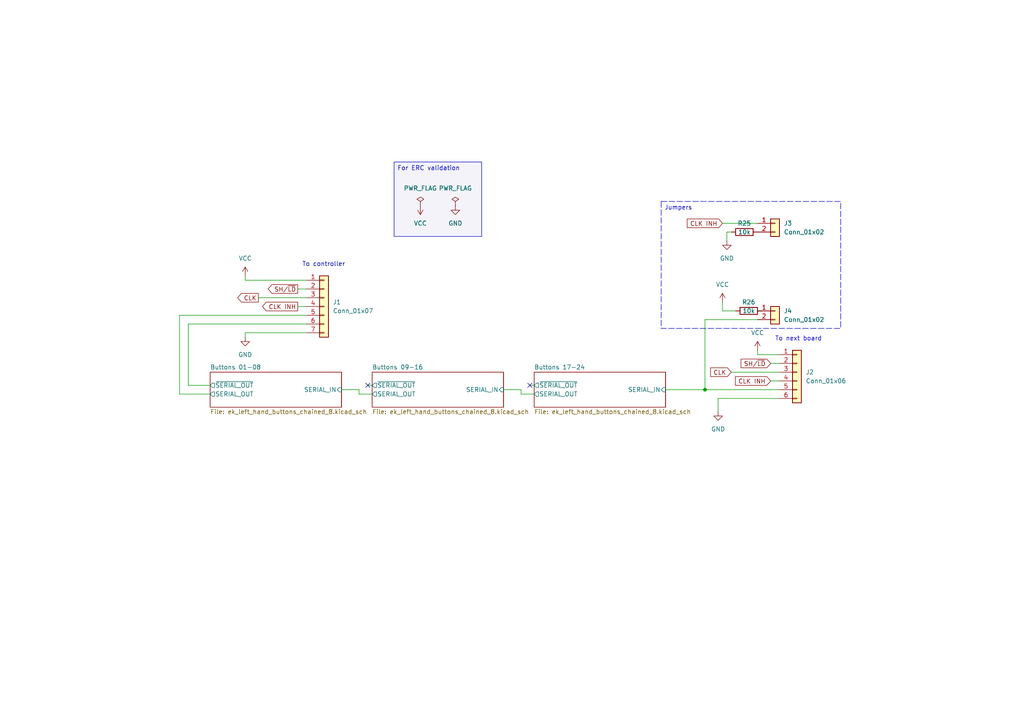
<source format=kicad_sch>
(kicad_sch (version 20230121) (generator eeschema)
  (paper "A4")
  (title_block (title "${TITLE1}  - ${TITLE2}") (date "2023-08-15") (rev "${VERSION}"))
  (lib_symbols
    (symbol "Connector_Generic:Conn_01x02" (pin_names (offset 1.016) hide)
      (property "Reference" "J" (at 0 2.54 0))
      (property "Value" "Conn_01x02" (at 0 -5.08 0))
      (symbol "Conn_01x02_1_1"
        (rectangle (start -1.27 -2.413) (end 0 -2.667) (stroke (width 0.1524)))
        (rectangle (start -1.27 0.127) (end 0 -0.127) (stroke (width 0.1524)))
        (rectangle (start -1.27 1.27) (end 1.27 -3.81) (stroke (width 0.254)) (fill (type background)))
        (pin passive line (at -5.08 0 0) (length 3.81) (name "Pin_1") (number "1"))
        (pin passive line (at -5.08 -2.54 0) (length 3.81) (name "Pin_2") (number "2"))
      )
    )
    (symbol "Connector_Generic:Conn_01x06" (pin_names (offset 1.016) hide)
      (property "Reference" "J" (at 0 7.62 0))
      (property "Value" "Conn_01x06" (at 0 -10.16 0))
      (symbol "Conn_01x06_1_1"
        (rectangle (start -1.27 -7.493) (end 0 -7.747) (stroke (width 0.1524)))
        (rectangle (start -1.27 -4.953) (end 0 -5.207) (stroke (width 0.1524)))
        (rectangle (start -1.27 -2.413) (end 0 -2.667) (stroke (width 0.1524)))
        (rectangle (start -1.27 0.127) (end 0 -0.127) (stroke (width 0.1524)))
        (rectangle (start -1.27 2.667) (end 0 2.413) (stroke (width 0.1524)))
        (rectangle (start -1.27 5.207) (end 0 4.953) (stroke (width 0.1524)))
        (rectangle (start -1.27 6.35) (end 1.27 -8.89) (stroke (width 0.254)) (fill (type background)))
        (pin passive line (at -5.08 5.08 0) (length 3.81) (name "Pin_1") (number "1"))
        (pin passive line (at -5.08 2.54 0) (length 3.81) (name "Pin_2") (number "2"))
        (pin passive line (at -5.08 0 0) (length 3.81) (name "Pin_3") (number "3"))
        (pin passive line (at -5.08 -2.54 0) (length 3.81) (name "Pin_4") (number "4"))
        (pin passive line (at -5.08 -5.08 0) (length 3.81) (name "Pin_5") (number "5"))
        (pin passive line (at -5.08 -7.62 0) (length 3.81) (name "Pin_6") (number "6"))
      )
    )
    (symbol "Connector_Generic:Conn_01x07" (pin_names (offset 1.016) hide)
      (property "Reference" "J" (at 0 10.16 0))
      (property "Value" "Conn_01x07" (at 0 -10.16 0))
      (symbol "Conn_01x07_1_1"
        (rectangle (start -1.27 -7.493) (end 0 -7.747) (stroke (width 0.1524)))
        (rectangle (start -1.27 -4.953) (end 0 -5.207) (stroke (width 0.1524)))
        (rectangle (start -1.27 -2.413) (end 0 -2.667) (stroke (width 0.1524)))
        (rectangle (start -1.27 0.127) (end 0 -0.127) (stroke (width 0.1524)))
        (rectangle (start -1.27 2.667) (end 0 2.413) (stroke (width 0.1524)))
        (rectangle (start -1.27 5.207) (end 0 4.953) (stroke (width 0.1524)))
        (rectangle (start -1.27 7.747) (end 0 7.493) (stroke (width 0.1524)))
        (rectangle (start -1.27 8.89) (end 1.27 -8.89) (stroke (width 0.254)) (fill (type background)))
        (pin passive line (at -5.08 7.62 0) (length 3.81) (name "Pin_1") (number "1"))
        (pin passive line (at -5.08 5.08 0) (length 3.81) (name "Pin_2") (number "2"))
        (pin passive line (at -5.08 2.54 0) (length 3.81) (name "Pin_3") (number "3"))
        (pin passive line (at -5.08 0 0) (length 3.81) (name "Pin_4") (number "4"))
        (pin passive line (at -5.08 -2.54 0) (length 3.81) (name "Pin_5") (number "5"))
        (pin passive line (at -5.08 -5.08 0) (length 3.81) (name "Pin_6") (number "6"))
        (pin passive line (at -5.08 -7.62 0) (length 3.81) (name "Pin_7") (number "7"))
      )
    )
    (symbol "Device:R" (pin_numbers hide) (pin_names (offset 0))
      (property "Reference" "R" (at 2.032 0 90))
      (property "Value" "R" (at 0 0 90))
      (symbol "R_0_1"
        (rectangle (start -1.016 -2.54) (end 1.016 2.54) (stroke (width 0.254)))
      )
      (symbol "R_1_1"
        (pin passive line (at 0 3.81 270) (length 1.27) (name "~") (number "1"))
        (pin passive line (at 0 -3.81 90) (length 1.27) (name "~") (number "2"))
      )
    )
    (symbol "power:GND" (power) (pin_names (offset 0))
      (property "Value" "GND" (at 0 -3.81 0))
      (symbol "GND_0_1"
        (polyline (pts (xy 0 0) (xy 0 -1.27) (xy 1.27 -1.27) (xy 0 -2.54) (xy -1.27 -1.27) (xy 0 -1.27)))
      )
      (symbol "GND_1_1"
        (pin power_in line (at 0 0 270) (length 0) hide (name "GND") (number "1"))
      )
    )
    (symbol "power:PWR_FLAG" (power) (pin_numbers hide) (pin_names (offset 0) hide)
      (property "Value" "PWR_FLAG" (at 0 3.81 0))
      (symbol "PWR_FLAG_0_0"
        (pin power_out line (at 0 0 90) (length 0) (name "pwr") (number "1"))
      )
      (symbol "PWR_FLAG_0_1"
        (polyline (pts (xy 0 0) (xy 0 1.27) (xy -1.016 1.905) (xy 0 2.54) (xy 1.016 1.905) (xy 0 1.27)))
      )
    )
    (symbol "power:VCC" (power) (pin_names (offset 0))
      (property "Value" "VCC" (at 0 3.81 0))
      (symbol "VCC_0_1"
        (polyline (pts (xy -0.762 1.27) (xy 0 2.54)))
        (polyline (pts (xy 0 0) (xy 0 2.54)))
        (polyline (pts (xy 0 2.54) (xy 0.762 1.27)))
      )
      (symbol "VCC_1_1"
        (pin power_in line (at 0 0 90) (length 0) hide (name "VCC") (number "1"))
      )
    )
  )
  (junction (at 204.47 113.03))
  (no_connect (at 106.68 111.76))
  (no_connect (at 153.67 111.76))
  (wire (pts (xy 71.12 81.28) (xy 71.12 80.01)))
  (wire (pts (xy 208.28 115.57) (xy 208.28 119.38)))
  (wire (pts (xy 223.52 105.41) (xy 226.06 105.41)))
  (wire (pts (xy 74.93 86.36) (xy 88.9 86.36)))
  (wire (pts (xy 54.61 111.76) (xy 54.61 93.98)))
  (wire (pts (xy 52.07 91.44) (xy 88.9 91.44)))
  (wire (pts (xy 226.06 102.87) (xy 219.71 102.87)))
  (wire (pts (xy 86.36 88.9) (xy 88.9 88.9)))
  (wire (pts (xy 204.47 92.71) (xy 204.47 113.03)))
  (wire (pts (xy 204.47 113.03) (xy 226.06 113.03)))
  (wire (pts (xy 151.13 113.03) (xy 151.13 114.3)))
  (wire (pts (xy 86.36 83.82) (xy 88.9 83.82)))
  (wire (pts (xy 209.55 64.77) (xy 219.71 64.77)))
  (wire (pts (xy 107.95 114.3) (xy 104.14 114.3)))
  (wire (pts (xy 209.55 90.17) (xy 213.36 90.17)))
  (wire (pts (xy 60.96 111.76) (xy 54.61 111.76)))
  (wire (pts (xy 204.47 92.71) (xy 219.71 92.71)))
  (wire (pts (xy 193.04 113.03) (xy 204.47 113.03)))
  (wire (pts (xy 52.07 91.44) (xy 52.07 114.3)))
  (wire (pts (xy 151.13 114.3) (xy 154.94 114.3)))
  (wire (pts (xy 212.09 107.95) (xy 226.06 107.95)))
  (wire (pts (xy 210.82 67.31) (xy 210.82 69.85)))
  (wire (pts (xy 104.14 114.3) (xy 104.14 113.03)))
  (wire (pts (xy 71.12 96.52) (xy 71.12 97.79)))
  (wire (pts (xy 104.14 113.03) (xy 99.06 113.03)))
  (wire (pts (xy 223.52 110.49) (xy 226.06 110.49)))
  (wire (pts (xy 219.71 102.87) (xy 219.71 101.6)))
  (wire (pts (xy 54.61 93.98) (xy 88.9 93.98)))
  (wire (pts (xy 212.09 67.31) (xy 210.82 67.31)))
  (wire (pts (xy 88.9 96.52) (xy 71.12 96.52)))
  (wire (pts (xy 220.98 90.17) (xy 219.71 90.17)))
  (wire (pts (xy 153.67 111.76) (xy 154.94 111.76)))
  (wire (pts (xy 106.68 111.76) (xy 107.95 111.76)))
  (wire (pts (xy 88.9 81.28) (xy 71.12 81.28)))
  (wire (pts (xy 208.28 115.57) (xy 226.06 115.57)))
  (wire (pts (xy 60.96 114.3) (xy 52.07 114.3)))
  (wire (pts (xy 146.05 113.03) (xy 151.13 113.03)))
  (wire (pts (xy 209.55 90.17) (xy 209.55 87.63)))
  (text_box "For ERC validation" (at 114.3 46.99 0) (size 25.4 21.59) (fill (type color) (color 0 0 132 0.05)) (effects (font (size 1.27 1.27)) (justify left top)))
  (text_box "Jumpers" (at 191.77 58.42 0) (size 52.07 36.83) (stroke (width 0) (type dash)) (effects (font (size 1.27 1.27)) (justify left top)))
  (text "To controller" (at 87.63 77.47 0) (effects (font (size 1.27 1.27)) (justify left bottom)))
  (text "To next board" (at 224.79 99.06 0) (effects (font (size 1.27 1.27)) (justify left bottom)))
  (global_label "SH{slash}~{LD}" (shape output) (at 86.36 83.82 180) (property "Intersheetrefs" "${INTERSHEET_REFS}" (effects hide)))
  (global_label "CLK" (shape input) (at 212.09 107.95 180) (property "Intersheetrefs" "${INTERSHEET_REFS}" (effects hide)))
  (global_label "CLK INH" (shape input) (at 209.55 64.77 180) (property "Intersheetrefs" "${INTERSHEET_REFS}" (effects hide)))
  (global_label "CLK" (shape output) (at 74.93 86.36 180) (property "Intersheetrefs" "${INTERSHEET_REFS}" (effects hide)))
  (global_label "CLK INH" (shape input) (at 223.52 110.49 180) (property "Intersheetrefs" "${INTERSHEET_REFS}" (effects hide)))
  (global_label "SH{slash}~{LD}" (shape input) (at 223.52 105.41 180) (property "Intersheetrefs" "${INTERSHEET_REFS}" (effects hide)))
  (global_label "CLK INH" (shape output) (at 86.36 88.9 180) (property "Intersheetrefs" "${INTERSHEET_REFS}" (effects hide)))
  (symbol (lib_id "power:PWR_FLAG") (at 132.08 59.69 0) (unit 1)
    (property "Reference" "#FLG02" (effects hide))
    (property "Value" "PWR_FLAG" (at 132.08 54.61 0))
  )
  (symbol (lib_id "power:GND") (at 210.82 69.85 0) (unit 1)
    (property "Reference" "#PWR023" (effects hide))
    (property "Value" "GND" (at 210.82 74.93 0))
  )
  (symbol (lib_id "power:VCC") (at 121.92 59.69 180) (unit 1)
    (property "Reference" "#PWR02" (effects hide))
    (property "Value" "VCC" (at 121.92 64.77 0))
  )
  (symbol (lib_id "power:GND") (at 132.08 59.69 0) (unit 1)
    (property "Reference" "#PWR03" (effects hide))
    (property "Value" "GND" (at 132.08 64.77 0))
  )
  (symbol (lib_id "Connector_Generic:Conn_01x02") (at 224.79 64.77 0) (unit 1)
    (property "Reference" "J3" (at 227.33 64.77 0) (effects (justify left)))
    (property "Value" "Conn_01x02" (at 227.33 67.31 0) (effects (justify left)))
    (property "Footprint" "Connector_PinHeader_2.54mm:PinHeader_1x02_P2.54mm_Vertical" (effects hide))
  )
  (symbol (lib_id "Connector_Generic:Conn_01x06") (at 231.14 107.95 0) (unit 1)
    (property "Reference" "J2" (at 233.68 107.95 0) (effects (justify left)))
    (property "Value" "Conn_01x06" (at 233.68 110.49 0) (effects (justify left)))
    (property "Footprint" "Connector_PinHeader_2.54mm:PinHeader_1x06_P2.54mm_Vertical" (effects hide))
  )
  (symbol (lib_id "power:GND") (at 208.28 119.38 0) (unit 1)
    (property "Reference" "#PWR022" (effects hide))
    (property "Value" "GND" (at 208.28 124.46 0))
  )
  (symbol (lib_id "Device:R") (at 215.9 67.31 90) (unit 1)
    (property "Reference" "R25" (at 215.9 64.77 90))
    (property "Value" "10k" (at 215.9 67.31 90))
    (property "Footprint" "Resistor_THT:R_Axial_DIN0207_L6.3mm_D2.5mm_P10.16mm_Horizontal" (effects hide))
  )
  (symbol (lib_id "power:GND") (at 71.12 97.79 0) (unit 1)
    (property "Reference" "#PWR04" (effects hide))
    (property "Value" "GND" (at 71.12 102.87 0))
  )
  (symbol (lib_id "power:VCC") (at 219.71 101.6 0) (unit 1)
    (property "Reference" "#PWR021" (effects hide))
    (property "Value" "VCC" (at 219.71 96.52 0))
  )
  (symbol (lib_id "Connector_Generic:Conn_01x02") (at 224.79 90.17 0) (unit 1)
    (property "Reference" "J4" (at 227.33 90.17 0) (effects (justify left)))
    (property "Value" "Conn_01x02" (at 227.33 92.71 0) (effects (justify left)))
    (property "Footprint" "Connector_PinHeader_2.54mm:PinHeader_1x02_P2.54mm_Vertical" (effects hide))
  )
  (symbol (lib_id "power:PWR_FLAG") (at 121.92 59.69 0) (unit 1)
    (property "Reference" "#FLG01" (effects hide))
    (property "Value" "PWR_FLAG" (at 121.92 54.61 0))
  )
  (symbol (lib_id "power:VCC") (at 209.55 87.63 0) (unit 1)
    (property "Reference" "#PWR020" (effects hide))
    (property "Value" "VCC" (at 209.55 82.55 0))
  )
  (symbol (lib_id "Connector_Generic:Conn_01x07") (at 93.98 88.9 0) (unit 1)
    (property "Reference" "J1" (at 96.52 87.63 0) (effects (justify left)))
    (property "Value" "Conn_01x07" (at 96.52 90.17 0) (effects (justify left)))
    (property "Footprint" "Connector_PinHeader_2.54mm:PinHeader_1x07_P2.54mm_Vertical" (effects hide))
  )
  (symbol (lib_id "Device:R") (at 217.17 90.17 90) (unit 1)
    (property "Reference" "R26" (at 217.17 87.63 90))
    (property "Value" "10k" (at 217.17 90.17 90))
    (property "Footprint" "Resistor_THT:R_Axial_DIN0207_L6.3mm_D2.5mm_P10.16mm_Horizontal" (effects hide))
  )
  (symbol (lib_id "power:VCC") (at 71.12 80.01 0) (unit 1)
    (property "Reference" "#PWR01" (effects hide))
    (property "Value" "VCC" (at 71.12 74.93 0))
  )
  (sheet (at 60.96 107.95) (size 38.1 10.16) (stroke (width 0.1524))
    (property "Sheetname" "Buttons 01-08" (at 60.96 107.2384 0) (effects (justify left bottom)))
    (property "Sheetfile" "ek_left_hand_buttons_chained_8.kicad_sch" (at 60.96 118.6946 0) (effects (justify left top)))
    (pin "~{SERIAL_OUT}" output (at 60.96 111.76 180))
    (pin "SERIAL_OUT" output (at 60.96 114.3 180))
    (pin "SERIAL_IN" input (at 99.06 113.03 0))
  )
  (sheet (at 154.94 107.95) (size 38.1 10.16) (stroke (width 0.1524))
    (property "Sheetname" "Buttons 17-24" (at 154.94 107.2384 0) (effects (justify left bottom)))
    (property "Sheetfile" "ek_left_hand_buttons_chained_8.kicad_sch" (at 154.94 118.6946 0) (effects (justify left top)))
    (pin "~{SERIAL_OUT}" output (at 154.94 111.76 180))
    (pin "SERIAL_OUT" output (at 154.94 114.3 180))
    (pin "SERIAL_IN" input (at 193.04 113.03 0))
  )
  (sheet (at 107.95 107.95) (size 38.1 10.16) (stroke (width 0.1524))
    (property "Sheetname" "Buttons 09-16" (at 107.95 107.2384 0) (effects (justify left bottom)))
    (property "Sheetfile" "ek_left_hand_buttons_chained_8.kicad_sch" (at 107.95 118.6946 0) (effects (justify left top)))
    (pin "~{SERIAL_OUT}" output (at 107.95 111.76 180))
    (pin "SERIAL_OUT" output (at 107.95 114.3 180))
    (pin "SERIAL_IN" input (at 146.05 113.03 0))
  )
)
</source>
